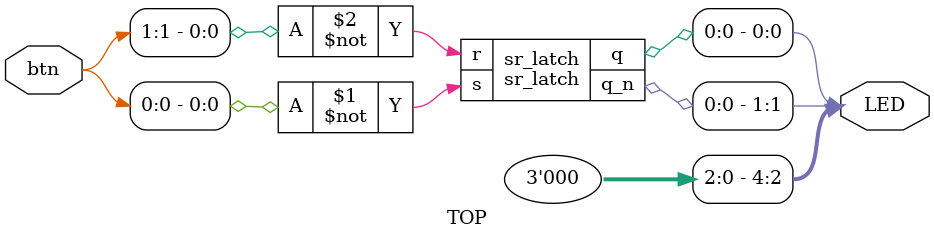
<source format=v>
module sr_latch
(
    input   s,
    input   r,
    output  q,
    output  q_n
);
    assign q   = ~ ( r | q_n );
    assign q_n = ~ ( s | q   );

endmodule


module TOP
(
    input  [ 1:0] btn,     // Замените на соответствующие входные сигналы кнопок на вашей плате
    output [ 4:0] LED     // Замените на соответствующие выходные сигналы светодиодов на вашей плате
);

    assign LED[4:2] = 3'b0;

    sr_latch sr_latch
    (
        .s   ( ~btn[0] ),
        .r   ( ~btn[1] ),
        .q   (  LED[0] ),
        .q_n (  LED[1] )
    );
endmodule

</source>
